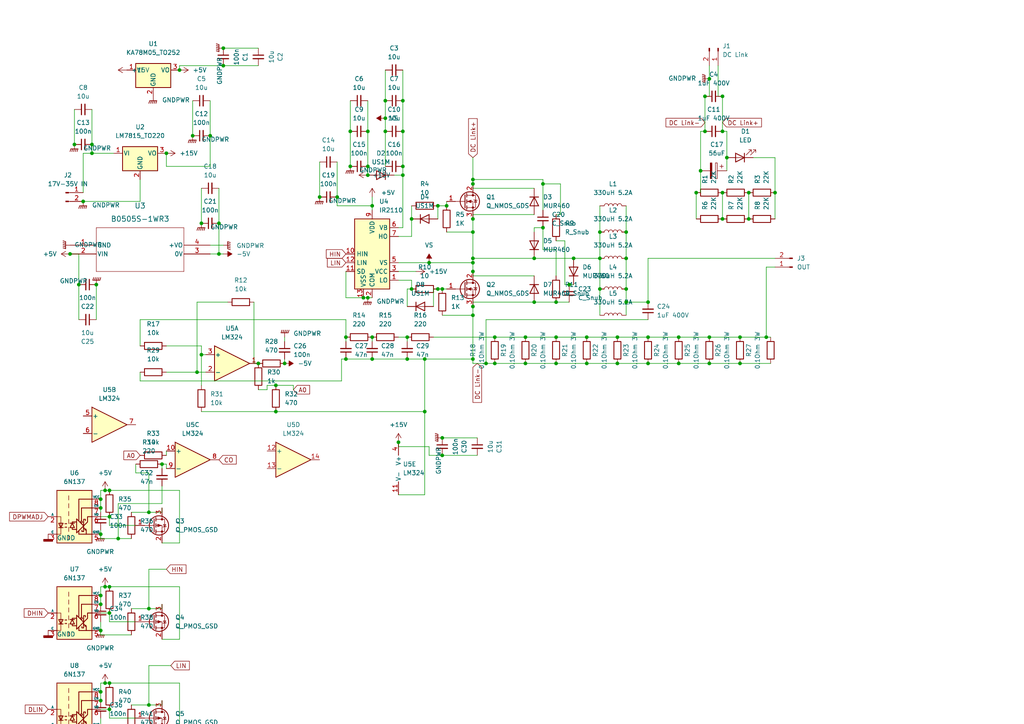
<source format=kicad_sch>
(kicad_sch (version 20211123) (generator eeschema)
  (paper "A4")
  (junction (at 46.99 134.62))
  (junction (at 166.37 74.93))
  (junction (at 210.82 45.72))
  (junction (at 173.99 67.31))
  (junction (at 60.96 270.51))
  (junction (at 63.5 73.66))
  (junction (at 12.7 226.06))
  (junction (at 11.43 270.51))
  (junction (at 106.68 48.26))
  (junction (at 161.29 105.41))
  (junction (at 137.16 104.14))
  (junction (at 157.48 53.34))
  (junction (at 29.21 182.88))
  (junction (at 105.41 86.36))
  (junction (at 187.96 87.63))
  (junction (at 31.75 198.12))
  (junction (at 55.88 39.37))
  (junction (at 209.55 55.88))
  (junction (at 224.79 55.88))
  (junction (at 111.76 34.29))
  (junction (at 116.84 38.1))
  (junction (at 107.95 97.79))
  (junction (at 101.6 48.26))
  (junction (at 34.29 156.21))
  (junction (at 205.74 105.41))
  (junction (at 143.51 97.79))
  (junction (at 204.47 27.94))
  (junction (at 22.86 82.55))
  (junction (at 196.85 97.79))
  (junction (at 140.97 105.41))
  (junction (at 152.4 97.79))
  (junction (at 11.43 265.43))
  (junction (at 116.84 48.26))
  (junction (at 127 59.69))
  (junction (at 74.93 105.41))
  (junction (at 127 83.82))
  (junction (at 31.75 142.24))
  (junction (at 209.55 27.94))
  (junction (at 137.16 53.34))
  (junction (at 205.74 22.86))
  (junction (at 137.16 74.93))
  (junction (at 29.21 200.66))
  (junction (at 58.42 102.87))
  (junction (at -35.56 185.42))
  (junction (at 58.42 64.77))
  (junction (at 179.07 97.79))
  (junction (at 124.46 76.2))
  (junction (at 80.01 119.38))
  (junction (at 137.16 88.9))
  (junction (at 181.61 83.82))
  (junction (at -33.02 193.04))
  (junction (at 214.63 105.41))
  (junction (at 100.33 104.14))
  (junction (at 187.96 97.79))
  (junction (at 48.26 44.45))
  (junction (at 60.96 264.16))
  (junction (at 128.27 132.08))
  (junction (at 179.07 105.41))
  (junction (at 31.75 205.74))
  (junction (at 29.21 203.2))
  (junction (at 71.12 269.24))
  (junction (at 29.21 172.72))
  (junction (at 60.96 273.05))
  (junction (at 118.11 104.14))
  (junction (at 128.27 83.82))
  (junction (at 222.25 97.79))
  (junction (at 129.54 59.69))
  (junction (at 30.48 142.24))
  (junction (at 201.93 55.88))
  (junction (at 107.95 59.69))
  (junction (at 137.16 67.31))
  (junction (at 154.94 87.63))
  (junction (at 137.16 63.5))
  (junction (at 173.99 74.93))
  (junction (at 20.32 273.05))
  (junction (at 128.27 127))
  (junction (at 157.48 66.04))
  (junction (at 57.15 107.95))
  (junction (at 119.38 83.82))
  (junction (at 209.55 38.1))
  (junction (at 214.63 97.79))
  (junction (at 27.94 82.55))
  (junction (at 24.13 58.42))
  (junction (at 29.21 210.82))
  (junction (at 123.19 119.38))
  (junction (at 31.75 170.18))
  (junction (at 43.18 204.47))
  (junction (at 19.05 265.43))
  (junction (at 26.67 44.45))
  (junction (at 204.47 38.1))
  (junction (at 30.48 198.12))
  (junction (at 209.55 63.5))
  (junction (at 106.68 38.1))
  (junction (at 143.51 105.41))
  (junction (at 43.18 176.53))
  (junction (at 115.57 128.27))
  (junction (at 137.16 52.07))
  (junction (at 80.01 111.76))
  (junction (at 106.68 86.36))
  (junction (at 71.12 264.16))
  (junction (at 181.61 74.93))
  (junction (at 161.29 87.63))
  (junction (at 118.11 97.79))
  (junction (at 92.71 57.15))
  (junction (at 82.55 105.41))
  (junction (at 116.84 29.21))
  (junction (at 119.38 63.5))
  (junction (at 152.4 105.41))
  (junction (at 106.68 50.8))
  (junction (at 20.32 270.51))
  (junction (at 203.2 49.53))
  (junction (at 181.61 87.63))
  (junction (at 21.59 41.91))
  (junction (at 64.77 19.05))
  (junction (at 29.21 175.26))
  (junction (at 161.29 97.79))
  (junction (at 52.07 20.32))
  (junction (at 29.21 154.94))
  (junction (at 123.19 104.14))
  (junction (at 64.77 13.97))
  (junction (at 205.74 97.79))
  (junction (at -33.02 185.42))
  (junction (at 107.95 104.14))
  (junction (at 137.16 91.44))
  (junction (at 196.85 105.41))
  (junction (at 111.76 38.1))
  (junction (at 60.96 39.37))
  (junction (at 30.48 170.18))
  (junction (at 137.16 78.74))
  (junction (at 173.99 83.82))
  (junction (at 100.33 97.79))
  (junction (at 170.18 105.41))
  (junction (at 165.1 82.55))
  (junction (at 111.76 29.21))
  (junction (at 29.21 147.32))
  (junction (at 217.17 55.88))
  (junction (at 170.18 97.79))
  (junction (at 154.94 74.93))
  (junction (at 20.32 73.66))
  (junction (at 31.75 177.8))
  (junction (at 187.96 105.41))
  (junction (at 97.79 57.15))
  (junction (at 137.16 76.2))
  (junction (at -36.83 274.32))
  (junction (at 43.18 148.59))
  (junction (at 63.5 64.77))
  (junction (at 217.17 63.5))
  (junction (at 181.61 67.31))
  (junction (at 31.75 149.86))
  (junction (at 101.6 38.1))
  (junction (at 26.67 41.91))
  (junction (at 116.84 50.8))
  (junction (at 29.21 144.78))
  (wire (pts (xy 20.32 73.66) (xy 22.86 73.66)))
  (wire (pts (xy 114.3 50.8) (xy 116.84 50.8)))
  (wire (pts (xy 224.79 45.72) (xy 224.79 55.88)))
  (wire (pts (xy 52.07 213.36) (xy 52.07 198.12)))
  (wire (pts (xy 101.6 29.21) (xy 101.6 38.1)))
  (wire (pts (xy 137.16 87.63) (xy 154.94 87.63)))
  (wire (pts (xy 77.47 113.03) (xy 77.47 111.76)))
  (wire (pts (xy 46.99 213.36) (xy 52.07 213.36)))
  (wire (pts (xy 129.54 67.31) (xy 137.16 67.31)))
  (wire (pts (xy 187.96 87.63) (xy 181.61 87.63)))
  (wire (pts (xy 71.12 269.24) (xy 60.96 269.24)))
  (wire (pts (xy 40.64 100.33) (xy 40.64 92.71)))
  (wire (pts (xy 30.48 170.18) (xy 29.21 170.18)))
  (wire (pts (xy 29.21 205.74) (xy 31.75 205.74)))
  (wire (pts (xy 52.07 198.12) (xy 31.75 198.12)))
  (wire (pts (xy 224.79 77.47) (xy 222.25 77.47)))
  (wire (pts (xy 152.4 97.79) (xy 161.29 97.79)))
  (wire (pts (xy 20.32 270.51) (xy 11.43 270.51)))
  (wire (pts (xy 137.16 67.31) (xy 137.16 74.93)))
  (wire (pts (xy 40.64 58.42) (xy 24.13 58.42)))
  (wire (pts (xy 107.95 59.69) (xy 107.95 60.96)))
  (wire (pts (xy 161.29 80.01) (xy 161.29 72.39)))
  (wire (pts (xy 101.6 38.1) (xy 101.6 48.26)))
  (wire (pts (xy 125.73 88.9) (xy 125.73 83.82)))
  (wire (pts (xy 58.42 100.33) (xy 58.42 102.87)))
  (wire (pts (xy 119.38 68.58) (xy 115.57 68.58)))
  (wire (pts (xy 137.16 74.93) (xy 137.16 76.2)))
  (wire (pts (xy 154.94 74.93) (xy 166.37 74.93)))
  (wire (pts (xy 157.48 53.34) (xy 162.56 53.34)))
  (wire (pts (xy 48.26 165.1) (xy 43.18 165.1)))
  (wire (pts (xy 203.2 55.88) (xy 201.93 55.88)))
  (wire (pts (xy 58.42 54.61) (xy 58.42 64.77)))
  (wire (pts (xy 60.96 266.7) (xy 60.96 267.97)))
  (wire (pts (xy 111.76 34.29) (xy 111.76 38.1)))
  (wire (pts (xy 29.21 198.12) (xy 29.21 200.66)))
  (wire (pts (xy 43.18 165.1) (xy 43.18 176.53)))
  (wire (pts (xy 48.26 134.62) (xy 48.26 135.89)))
  (wire (pts (xy 52.07 185.42) (xy 52.07 170.18)))
  (wire (pts (xy 173.99 59.69) (xy 173.99 67.31)))
  (wire (pts (xy 66.04 87.63) (xy 57.15 87.63)))
  (wire (pts (xy 124.46 76.2) (xy 137.16 76.2)))
  (wire (pts (xy 46.99 140.97) (xy 46.99 146.05)))
  (wire (pts (xy 60.96 39.37) (xy 60.96 48.26)))
  (wire (pts (xy 52.07 19.05) (xy 52.07 20.32)))
  (wire (pts (xy 118.11 83.82) (xy 119.38 83.82)))
  (wire (pts (xy 137.16 88.9) (xy 137.16 91.44)))
  (wire (pts (xy 224.79 55.88) (xy 224.79 63.5)))
  (wire (pts (xy 1.27 270.51) (xy 11.43 270.51)))
  (wire (pts (xy 31.75 180.34) (xy 31.75 177.8)))
  (wire (pts (xy 119.38 63.5) (xy 119.38 68.58)))
  (wire (pts (xy 137.16 52.07) (xy 157.48 52.07)))
  (wire (pts (xy 196.85 105.41) (xy 205.74 105.41)))
  (wire (pts (xy 100.33 97.79) (xy 100.33 99.06)))
  (wire (pts (xy 181.61 83.82) (xy 181.61 87.63)))
  (wire (pts (xy 39.37 152.4) (xy 31.75 152.4)))
  (wire (pts (xy 154.94 80.01) (xy 137.16 80.01)))
  (wire (pts (xy 138.43 132.08) (xy 128.27 132.08)))
  (wire (pts (xy 208.28 19.05) (xy 208.28 27.94)))
  (wire (pts (xy 31.75 170.18) (xy 30.48 170.18)))
  (wire (pts (xy 137.16 105.41) (xy 140.97 105.41)))
  (wire (pts (xy 29.21 172.72) (xy 29.21 175.26)))
  (wire (pts (xy 31.75 152.4) (xy 31.75 149.86)))
  (wire (pts (xy 115.57 143.51) (xy 123.19 143.51)))
  (wire (pts (xy 128.27 83.82) (xy 129.54 83.82)))
  (wire (pts (xy 80.01 119.38) (xy 123.19 119.38)))
  (wire (pts (xy 85.09 111.76) (xy 80.01 111.76)))
  (wire (pts (xy 115.57 97.79) (xy 118.11 97.79)))
  (wire (pts (xy 38.1 212.09) (xy 29.21 212.09)))
  (wire (pts (xy 161.29 62.23) (xy 162.56 62.23)))
  (wire (pts (xy 204.47 27.94) (xy 204.47 38.1)))
  (wire (pts (xy 43.18 176.53) (xy 46.99 176.53)))
  (wire (pts (xy 21.59 31.75) (xy 21.59 41.91)))
  (wire (pts (xy 46.99 146.05) (xy 34.29 146.05)))
  (wire (pts (xy 125.73 83.82) (xy 127 83.82)))
  (wire (pts (xy 106.68 86.36) (xy 107.95 86.36)))
  (wire (pts (xy 71.12 264.16) (xy 60.96 264.16)))
  (wire (pts (xy 165.1 82.55) (xy 166.37 82.55)))
  (wire (pts (xy -36.83 187.96) (xy -34.29 187.96)))
  (wire (pts (xy 38.1 204.47) (xy 43.18 204.47)))
  (wire (pts (xy 29.21 147.32) (xy 29.21 148.59)))
  (wire (pts (xy 116.84 48.26) (xy 116.84 50.8)))
  (wire (pts (xy 137.16 91.44) (xy 137.16 104.14)))
  (wire (pts (xy 22.86 82.55) (xy 22.86 73.66)))
  (wire (pts (xy 123.19 119.38) (xy 123.19 143.51)))
  (wire (pts (xy 29.21 200.66) (xy 29.21 203.2)))
  (wire (pts (xy 205.74 105.41) (xy 214.63 105.41)))
  (wire (pts (xy 127 63.5) (xy 127 59.69)))
  (wire (pts (xy 82.55 104.14) (xy 82.55 105.41)))
  (wire (pts (xy 187.96 97.79) (xy 196.85 97.79)))
  (wire (pts (xy 119.38 83.82) (xy 119.38 81.28)))
  (wire (pts (xy 63.5 64.77) (xy 63.5 73.66)))
  (wire (pts (xy 196.85 97.79) (xy 205.74 97.79)))
  (wire (pts (xy 24.13 44.45) (xy 24.13 55.88)))
  (wire (pts (xy 30.48 198.12) (xy 29.21 198.12)))
  (wire (pts (xy 209.55 63.5) (xy 209.55 55.88)))
  (wire (pts (xy 137.16 62.23) (xy 137.16 63.5)))
  (wire (pts (xy 34.29 156.21) (xy 29.21 156.21)))
  (wire (pts (xy 57.15 87.63) (xy 57.15 107.95)))
  (wire (pts (xy -35.56 182.88) (xy -35.56 185.42)))
  (wire (pts (xy 115.57 129.54) (xy 124.46 129.54)))
  (wire (pts (xy 52.07 19.05) (xy 64.77 19.05)))
  (wire (pts (xy 116.84 38.1) (xy 116.84 48.26)))
  (wire (pts (xy 29.21 156.21) (xy 29.21 154.94)))
  (wire (pts (xy 29.21 184.15) (xy 29.21 182.88)))
  (wire (pts (xy 154.94 67.31) (xy 154.94 66.04)))
  (wire (pts (xy 105.41 86.36) (xy 106.68 86.36)))
  (wire (pts (xy 161.29 97.79) (xy 170.18 97.79)))
  (wire (pts (xy 157.48 53.34) (xy 157.48 52.07)))
  (wire (pts (xy 46.99 157.48) (xy 52.07 157.48)))
  (wire (pts (xy 31.75 198.12) (xy 30.48 198.12)))
  (wire (pts (xy 173.99 74.93) (xy 173.99 83.82)))
  (wire (pts (xy 205.74 22.86) (xy 205.74 27.94)))
  (wire (pts (xy 162.56 53.34) (xy 162.56 62.23)))
  (wire (pts (xy 38.1 148.59) (xy 43.18 148.59)))
  (wire (pts (xy 140.97 105.41) (xy 143.51 105.41)))
  (wire (pts (xy 129.54 59.69) (xy 129.54 58.42)))
  (wire (pts (xy 58.42 102.87) (xy 59.69 102.87)))
  (wire (pts (xy 38.1 184.15) (xy 29.21 184.15)))
  (wire (pts (xy 154.94 87.63) (xy 161.29 87.63)))
  (wire (pts (xy -35.56 185.42) (xy -33.02 185.42)))
  (wire (pts (xy 111.76 38.1) (xy 111.76 48.26)))
  (wire (pts (xy 115.57 128.27) (xy 115.57 129.54)))
  (wire (pts (xy 163.83 82.55) (xy 165.1 82.55)))
  (wire (pts (xy 60.96 270.51) (xy 60.96 273.05)))
  (wire (pts (xy 115.57 76.2) (xy 124.46 76.2)))
  (wire (pts (xy 99.06 110.49) (xy 99.06 104.14)))
  (wire (pts (xy 20.32 265.43) (xy 19.05 265.43)))
  (wire (pts (xy 92.71 46.99) (xy 92.71 57.15)))
  (wire (pts (xy 116.84 50.8) (xy 116.84 66.04)))
  (wire (pts (xy 161.29 69.85) (xy 163.83 69.85)))
  (wire (pts (xy 137.16 52.07) (xy 137.16 53.34)))
  (wire (pts (xy -36.83 271.78) (xy -36.83 274.32)))
  (wire (pts (xy 22.86 92.71) (xy 22.86 82.55)))
  (wire (pts (xy 137.16 78.74) (xy 137.16 80.01)))
  (wire (pts (xy 30.48 142.24) (xy 29.21 142.24)))
  (wire (pts (xy 58.42 119.38) (xy 80.01 119.38)))
  (wire (pts (xy 29.21 177.8) (xy 31.75 177.8)))
  (wire (pts (xy 137.16 45.72) (xy 137.16 52.07)))
  (wire (pts (xy 128.27 91.44) (xy 137.16 91.44)))
  (wire (pts (xy 107.95 97.79) (xy 107.95 99.06)))
  (wire (pts (xy 214.63 97.79) (xy 222.25 97.79)))
  (wire (pts (xy 26.67 44.45) (xy 33.02 44.45)))
  (wire (pts (xy 181.61 87.63) (xy 181.61 91.44)))
  (wire (pts (xy 157.48 72.39) (xy 157.48 66.04)))
  (wire (pts (xy 210.82 38.1) (xy 209.55 38.1)))
  (wire (pts (xy 57.15 107.95) (xy 59.69 107.95)))
  (wire (pts (xy 137.16 54.61) (xy 137.16 53.34)))
  (wire (pts (xy 106.68 48.26) (xy 106.68 50.8)))
  (wire (pts (xy 46.99 134.62) (xy 48.26 134.62)))
  (wire (pts (xy 58.42 111.76) (xy 58.42 102.87)))
  (wire (pts (xy 140.97 92.71) (xy 140.97 105.41)))
  (wire (pts (xy 29.21 208.28) (xy 29.21 210.82)))
  (wire (pts (xy 118.11 88.9) (xy 118.11 83.82)))
  (wire (pts (xy 60.96 48.26) (xy 48.26 48.26)))
  (wire (pts (xy 214.63 105.41) (xy 223.52 105.41)))
  (wire (pts (xy -36.83 185.42) (xy -35.56 185.42)))
  (wire (pts (xy 116.84 29.21) (xy 116.84 38.1)))
  (wire (pts (xy 154.94 54.61) (xy 137.16 54.61)))
  (wire (pts (xy 100.33 92.71) (xy 100.33 97.79)))
  (wire (pts (xy 74.93 13.97) (xy 64.77 13.97)))
  (wire (pts (xy 217.17 63.5) (xy 217.17 55.88)))
  (wire (pts (xy 40.64 52.07) (xy 40.64 58.42)))
  (wire (pts (xy 127 59.69) (xy 129.54 59.69)))
  (wire (pts (xy 111.76 20.32) (xy 111.76 29.21)))
  (wire (pts (xy 39.37 134.62) (xy 39.37 137.16)))
  (wire (pts (xy -33.02 193.04) (xy -31.75 193.04)))
  (wire (pts (xy 82.55 97.79) (xy 82.55 99.06)))
  (wire (pts (xy 99.06 104.14) (xy 100.33 104.14)))
  (wire (pts (xy 64.77 73.66) (xy 63.5 73.66)))
  (wire (pts (xy 73.66 87.63) (xy 73.66 105.41)))
  (wire (pts (xy 106.68 29.21) (xy 106.68 38.1)))
  (wire (pts (xy 27.94 92.71) (xy 27.94 82.55)))
  (wire (pts (xy 173.99 83.82) (xy 173.99 91.44)))
  (wire (pts (xy 60.96 29.21) (xy 60.96 39.37)))
  (wire (pts (xy 39.37 208.28) (xy 31.75 208.28)))
  (wire (pts (xy 43.18 137.16) (xy 43.18 148.59)))
  (wire (pts (xy 123.19 104.14) (xy 137.16 104.14)))
  (wire (pts (xy 161.29 105.41) (xy 170.18 105.41)))
  (wire (pts (xy 60.96 269.24) (xy 60.96 270.51)))
  (wire (pts (xy 60.96 264.16) (xy 60.96 265.43)))
  (wire (pts (xy 157.48 60.96) (xy 157.48 53.34)))
  (wire (pts (xy 138.43 127) (xy 128.27 127)))
  (wire (pts (xy 40.64 92.71) (xy 100.33 92.71)))
  (wire (pts (xy 118.11 97.79) (xy 118.11 99.06)))
  (wire (pts (xy 63.5 54.61) (xy 63.5 64.77)))
  (wire (pts (xy 143.51 97.79) (xy 152.4 97.79)))
  (wire (pts (xy 52.07 157.48) (xy 52.07 142.24)))
  (wire (pts (xy 100.33 86.36) (xy 105.41 86.36)))
  (wire (pts (xy 203.2 49.53) (xy 203.2 38.1)))
  (wire (pts (xy -34.29 187.96) (xy -34.29 193.04)))
  (wire (pts (xy 31.75 208.28) (xy 31.75 205.74)))
  (wire (pts (xy 209.55 27.94) (xy 209.55 38.1)))
  (wire (pts (xy 116.84 20.32) (xy 116.84 29.21)))
  (wire (pts (xy 29.21 149.86) (xy 31.75 149.86)))
  (wire (pts (xy 181.61 67.31) (xy 181.61 74.93)))
  (wire (pts (xy 137.16 74.93) (xy 154.94 74.93)))
  (wire (pts (xy 38.1 156.21) (xy 34.29 156.21)))
  (wire (pts (xy 179.07 97.79) (xy 187.96 97.79)))
  (wire (pts (xy 20.32 270.51) (xy 20.32 273.05)))
  (wire (pts (xy 163.83 69.85) (xy 163.83 82.55)))
  (wire (pts (xy 119.38 59.69) (xy 119.38 63.5)))
  (wire (pts (xy 161.29 87.63) (xy 165.1 87.63)))
  (wire (pts (xy 81.28 269.24) (xy 71.12 269.24)))
  (wire (pts (xy 107.95 57.15) (xy 107.95 59.69)))
  (wire (pts (xy -34.29 193.04) (xy -33.02 193.04)))
  (wire (pts (xy 40.64 110.49) (xy 99.06 110.49)))
  (wire (pts (xy 29.21 142.24) (xy 29.21 144.78)))
  (wire (pts (xy 203.2 49.53) (xy 203.2 55.88)))
  (wire (pts (xy 118.11 104.14) (xy 123.19 104.14)))
  (wire (pts (xy 73.66 105.41) (xy 74.93 105.41)))
  (wire (pts (xy 46.99 204.47) (xy 46.99 203.2)))
  (wire (pts (xy 31.75 142.24) (xy 30.48 142.24)))
  (wire (pts (xy 106.68 38.1) (xy 106.68 48.26)))
  (wire (pts (xy 43.18 193.04) (xy 43.18 204.47)))
  (wire (pts (xy 179.07 105.41) (xy 187.96 105.41)))
  (wire (pts (xy 137.16 87.63) (xy 137.16 88.9)))
  (wire (pts (xy 187.96 74.93) (xy 187.96 87.63)))
  (wire (pts (xy 29.21 170.18) (xy 29.21 172.72)))
  (wire (pts (xy 115.57 78.74) (xy 120.65 78.74)))
  (wire (pts (xy 201.93 63.5) (xy 201.93 55.88)))
  (wire (pts (xy 125.73 97.79) (xy 143.51 97.79)))
  (wire (pts (xy 218.44 45.72) (xy 224.79 45.72)))
  (wire (pts (xy 111.76 29.21) (xy 111.76 34.29)))
  (wire (pts (xy 97.79 46.99) (xy 97.79 57.15)))
  (wire (pts (xy 210.82 49.53) (xy 210.82 45.72)))
  (wire (pts (xy 208.28 27.94) (xy 209.55 27.94)))
  (wire (pts (xy 181.61 59.69) (xy 181.61 67.31)))
  (wire (pts (xy 48.26 44.45) (xy 48.26 48.26)))
  (wire (pts (xy 29.21 144.78) (xy 29.21 147.32)))
  (wire (pts (xy 137.16 104.14) (xy 137.16 105.41)))
  (wire (pts (xy 39.37 180.34) (xy 31.75 180.34)))
  (wire (pts (xy 26.67 31.75) (xy 26.67 41.91)))
  (wire (pts (xy 55.88 29.21) (xy 55.88 39.37)))
  (wire (pts (xy 222.25 77.47) (xy 222.25 97.79)))
  (wire (pts (xy 29.21 153.67) (xy 29.21 154.94)))
  (wire (pts (xy 26.67 41.91) (xy 26.67 44.45)))
  (wire (pts (xy 224.79 74.93) (xy 187.96 74.93)))
  (wire (pts (xy 29.21 180.34) (xy 29.21 182.88)))
  (wire (pts (xy 203.2 38.1) (xy 204.47 38.1)))
  (wire (pts (xy 97.79 57.15) (xy 97.79 59.69)))
  (wire (pts (xy 124.46 132.08) (xy 128.27 132.08)))
  (wire (pts (xy 52.07 170.18) (xy 31.75 170.18)))
  (wire (pts (xy 143.51 105.41) (xy 152.4 105.41)))
  (wire (pts (xy 205.74 97.79) (xy 214.63 97.79)))
  (wire (pts (xy 124.46 129.54) (xy 124.46 132.08)))
  (wire (pts (xy 24.13 44.45) (xy 26.67 44.45)))
  (wire (pts (xy 107.95 104.14) (xy 118.11 104.14)))
  (wire (pts (xy 123.19 104.14) (xy 123.19 119.38)))
  (wire (pts (xy 34.29 146.05) (xy 34.29 156.21)))
  (wire (pts (xy 19.05 265.43) (xy 11.43 265.43)))
  (wire (pts (xy 38.1 176.53) (xy 43.18 176.53)))
  (wire (pts (xy 77.47 111.76) (xy 80.01 111.76)))
  (wire (pts (xy 154.94 62.23) (xy 137.16 62.23)))
  (wire (pts (xy 205.74 19.05) (xy 205.74 22.86)))
  (wire (pts (xy 137.16 76.2) (xy 137.16 78.74)))
  (wire (pts (xy 154.94 66.04) (xy 157.48 66.04)))
  (wire (pts (xy 170.18 105.41) (xy 179.07 105.41)))
  (wire (pts (xy 205.74 27.94) (xy 204.47 27.94)))
  (wire (pts (xy 173.99 74.93) (xy 166.37 74.93)))
  (wire (pts (xy 222.25 97.79) (xy 223.52 97.79)))
  (wire (pts (xy 74.93 19.05) (xy 64.77 19.05)))
  (wire (pts (xy 187.96 105.41) (xy 196.85 105.41)))
  (wire (pts (xy 170.18 97.79) (xy 179.07 97.79)))
  (wire (pts (xy 31.75 142.24) (xy 52.07 142.24)))
  (wire (pts (xy 46.99 134.62) (xy 46.99 135.89)))
  (wire (pts (xy 46.99 185.42) (xy 52.07 185.42)))
  (wire (pts (xy 48.26 107.95) (xy 57.15 107.95)))
  (wire (pts (xy 100.33 104.14) (xy 107.95 104.14)))
  (wire (pts (xy 43.18 204.47) (xy 46.99 204.47)))
  (wire (pts (xy 187.96 92.71) (xy 140.97 92.71)))
  (wire (pts (xy 46.99 176.53) (xy 46.99 175.26)))
  (wire (pts (xy 173.99 67.31) (xy 173.99 74.93)))
  (wire (pts (xy -36.83 182.88) (xy -35.56 182.88)))
  (wire (pts (xy 48.26 132.08) (xy 48.26 130.81)))
  (wire (pts (xy 100.33 78.74) (xy 100.33 86.36)))
  (wire (pts (xy 63.5 73.66) (xy 60.96 73.66)))
  (wire (pts (xy 11.43 265.43) (xy 1.27 265.43)))
  (wire (pts (xy 181.61 74.93) (xy 181.61 83.82)))
  (wire (pts (xy 43.18 137.16) (xy 39.37 137.16)))
  (wire (pts (xy 127 83.82) (xy 128.27 83.82)))
  (wire (pts (xy 137.16 63.5) (xy 137.16 67.31)))
  (wire (pts (xy 210.82 45.72) (xy 210.82 38.1)))
  (wire (pts (xy 97.79 59.69) (xy 107.95 59.69)))
  (wire (pts (xy 116.84 66.04) (xy 115.57 66.04)))
  (wire (pts (xy 60.96 71.12) (xy 64.77 71.12)))
  (wire (pts (xy 48.26 100.33) (xy 58.42 100.33)))
  (wire (pts (xy 161.29 72.39) (xy 157.48 72.39)))
  (wire (pts (xy 74.93 113.03) (xy 77.47 113.03)))
  (wire (pts (xy 12.7 226.06) (xy 12.7 228.6)))
  (wire (pts (xy 152.4 105.41) (xy 161.29 105.41)))
  (wire (pts (xy 43.18 193.04) (xy 49.53 193.04)))
  (wire (pts (xy 119.38 81.28) (xy 115.57 81.28)))
  (wire (pts (xy 40.64 107.95) (xy 40.64 110.49)))
  (wire (pts (xy 85.09 113.03) (xy 85.09 111.76)))
  (wire (pts (xy 46.99 148.59) (xy 46.99 147.32)))
  (wire (pts (xy 29.21 212.09) (xy 29.21 210.82)))
  (wire (pts (xy 81.28 264.16) (xy 71.12 264.16)))
  (wire (pts (xy 43.18 148.59) (xy 46.99 148.59)))
  (global_label "DLIN" (shape input) (at -36.83 241.3 0) (property "Intersheet References" "${INTERSHEET_REFS}" (effects hide)))
  (global_label "A0" (shape input) (at 60.96 266.7 0) (property "Intersheet References" "${INTERSHEET_REFS}" (effects hide)))
  (global_label "DPWMADJ" (shape input) (at -82.55 210.82 180) (property "Intersheet References" "${INTERSHEET_REFS}" (effects hide)))
  (global_label "A0" (shape input) (at 85.09 113.03 0) (property "Intersheet References" "${INTERSHEET_REFS}" (effects hide)))
  (global_label "DC Link-" (shape input) (at 138.43 105.41 270) (property "Intersheet References" "${INTERSHEET_REFS}" (effects hide)))
  (global_label "DFB" (shape input) (at -82.55 238.76 180) (property "Intersheet References" "${INTERSHEET_REFS}" (effects hide)))
  (global_label "DA0" (shape input) (at -82.55 195.58 180) (property "Intersheet References" "${INTERSHEET_REFS}" (effects hide)))
  (global_label "HIN" (shape input) (at 100.33 73.66 180) (property "Intersheet References" "${INTERSHEET_REFS}" (effects hide)))
  (global_label "DHIN" (shape input) (at -36.83 208.28 0) (property "Intersheet References" "${INTERSHEET_REFS}" (effects hide)))
  (global_label "HIN" (shape input) (at 48.26 165.1 0) (property "Intersheet References" "${INTERSHEET_REFS}" (effects hide)))
  (global_label "CO" (shape input) (at 27.94 231.14 0) (property "Intersheet References" "${INTERSHEET_REFS}" (effects hide)))
  (global_label "LIN" (shape input) (at 100.33 76.2 180) (property "Intersheet References" "${INTERSHEET_REFS}" (effects hide)))
  (global_label "DC Link-" (shape input) (at 204.47 35.56 180) (property "Intersheet References" "${INTERSHEET_REFS}" (effects hide)))
  (global_label "DPWMADJ" (shape input) (at 13.97 149.86 180) (property "Intersheet References" "${INTERSHEET_REFS}" (effects hide)))
  (global_label "DC Link+" (shape input) (at 137.16 45.72 90) (property "Intersheet References" "${INTERSHEET_REFS}" (effects hide)))
  (global_label "LIN" (shape input) (at 49.53 193.04 0) (property "Intersheet References" "${INTERSHEET_REFS}" (effects hide)))
  (global_label "DFB" (shape input) (at 12.7 231.14 180) (property "Intersheet References" "${INTERSHEET_REFS}" (effects hide)))
  (global_label "DC Link+" (shape input) (at 209.55 35.56 0) (property "Intersheet References" "${INTERSHEET_REFS}" (effects hide)))
  (global_label "DLIN" (shape input) (at 13.97 205.74 180) (property "Intersheet References" "${INTERSHEET_REFS}" (effects hide)))
  (global_label "A0" (shape input) (at 40.64 132.08 180) (property "Intersheet References" "${INTERSHEET_REFS}" (effects hide)))
  (global_label "DHIN" (shape input) (at 13.97 177.8 180) (property "Intersheet References" "${INTERSHEET_REFS}" (effects hide)))
  (global_label "CO" (shape input) (at 63.5 133.35 0) (property "Intersheet References" "${INTERSHEET_REFS}" (effects hide)))
  (global_label "DA0" (shape input) (at 20.32 267.97 180) (property "Intersheet References" "${INTERSHEET_REFS}" (effects hide)))
  (symbol (lib_id "Device:R") (at 80.01 115.57 180) (unit 1)
    (property "Reference" "R32" (at 82.55 114.2999 0) (effects (justify right)))
    (property "Value" "470" (at 82.55 116.8399 0) (effects (justify right)))
    (property "Footprint" "Resistor_SMD:R_0805_2012Metric_Pad1.20x1.40mm_HandSolder" (effects hide))
  )
  (symbol (lib_id "power:+5VD") (at 12.7 226.06 0) (unit 1)
    (property "Reference" "#PWR0104" (effects hide))
    (property "Value" "+5VD" (at 12.7 220.98 0))
  )
  (symbol (lib_id "Device:C_Small") (at 165.1 85.09 0) (unit 1)
    (property "Reference" "C23" (at 167.64 83.8262 0) (effects (justify left)))
    (property "Value" "C_Snub" (at 167.64 86.3662 0) (effects (justify left)))
    (property "Footprint" "Capacitor_THT:C_Rect_L24.0mm_W8.3mm_P22.50mm_MKT" (effects hide))
  )
  (symbol (lib_id "power:+5V") (at 52.07 20.32 270) (unit 1)
    (property "Reference" "#PWR03" (effects hide))
    (property "Value" "+5V" (at 55.88 20.3199 90) (effects (justify left)))
  )
  (symbol (lib_id "Device:R") (at 128.27 87.63 0) (unit 1)
    (property "Reference" "R13" (at 130.81 86.3599 0) (effects (justify left)))
    (property "Value" "1K" (at 130.81 88.8999 0) (effects (justify left)))
    (property "Footprint" "Resistor_SMD:R_0805_2012Metric_Pad1.20x1.40mm_HandSolder" (effects hide))
  )
  (symbol (lib_id "power:GNDPWR") (at 29.21 210.82 0) (unit 1)
    (property "Reference" "#PWR035" (effects hide))
    (property "Value" "GNDPWR" (at 29.083 215.9 0))
  )
  (symbol (lib_id "power:GNDPWR") (at 205.74 22.86 270) (unit 1)
    (property "Reference" "#PWR04" (effects hide))
    (property "Value" "GNDPWR" (at 201.93 22.7329 90) (effects (justify right)))
  )
  (symbol (lib_id "Device:C_Small") (at 114.3 29.21 90) (unit 1)
    (property "Reference" "C7" (at 114.3063 22.86 90))
    (property "Value" "10u" (at 114.3063 25.4 90))
    (property "Footprint" "Capacitor_SMD:C_1206_3216Metric_Pad1.33x1.80mm_HandSolder" (effects hide))
  )
  (symbol (lib_id "STM32G4:STM32G474RET6") (at -59.69 228.6 0) (unit 1)
    (property "Reference" "U9" (at -59.69 175.26 0))
    (property "Value" "STM32G474RET6" (at -59.69 177.8 0))
    (property "Footprint" "STM32G4:QFP50P1200X1200X160-64N" (effects hide))
    (property "MF" "STMicroelectronics" (effects hide))
    (property "MAXIMUM_PACKAGE_HEIGHT" "1.6mm" (effects hide))
    (property "Package" "LQFP-64 STMicroelectronics" (effects hide))
    (property "Price" "None" (effects hide))
    (property "Check_prices" "https://www.snapeda.com/parts/STM32G474RET6/STMicroelectronics/view-part/?ref=eda" (effects hide))
    (property "STANDARD" "IPC-7351B" (effects hide))
    (property "PARTREV" "6" (effects hide))
    (property "SnapEDA_Link" "https://www.snapeda.com/parts/STM32G474RET6/STMicroelectronics/view-part/?ref=snap" (effects hide))
    (property "MP" "STM32G474RET6" (effects hide))
    (property "Description" "\nARM® Cortex®-M4F STM32G4 Microcontroller IC 32-Bit Single-Core 170MHz 512KB (512K x 8) FLASH 64-LQFP (10x10)\n" (effects hide))
    (property "Availability" "In Stock" (effects hide))
    (property "MANUFACTURER" "STMicroelectronics" (effects hide))
  )
  (symbol (lib_id "Device:C_Small") (at 104.14 48.26 90) (unit 1)
    (property "Reference" "C15" (at 104.1463 41.91 90))
    (property "Value" "100n" (at 104.1463 44.45 90))
    (property "Footprint" "Capacitor_SMD:C_0805_2012Metric_Pad1.18x1.45mm_HandSolder" (effects hide))
  )
  (symbol (lib_id "power:+3.3V") (at -33.02 185.42 0) (unit 1)
    (property "Reference" "#PWR032" (effects hide))
    (property "Value" "+3.3V" (at -33.02 180.34 0))
  )
  (symbol (lib_id "Device:C_Small") (at 58.42 39.37 90) (unit 1)
    (property "Reference" "C12" (at 58.4263 33.02 90))
    (property "Value" "100n" (at 58.4263 35.56 90))
    (property "Footprint" "Capacitor_SMD:C_0805_2012Metric_Pad1.18x1.45mm_HandSolder" (effects hide))
  )
  (symbol (lib_id "Device:C_Small") (at 118.11 101.6 180) (unit 1)
    (property "Reference" "C29" (at 120.65 100.3235 0) (effects (justify right)))
    (property "Value" "47n" (at 120.65 102.8635 0) (effects (justify right)))
    (property "Footprint" "Capacitor_SMD:C_0805_2012Metric_Pad1.18x1.45mm_HandSolder" (effects hide))
  )
  (symbol (lib_id "Device:C_Small") (at 46.99 138.43 0) (mirror x) (unit 1)
    (property "Reference" "C32" (at 44.45 137.1535 0) (effects (justify right)))
    (property "Value" "47n" (at 44.45 139.6935 0) (effects (justify right)))
    (property "Footprint" "Capacitor_SMD:C_0805_2012Metric_Pad1.18x1.45mm_HandSolder" (effects hide))
  )
  (symbol (lib_id "Device:R") (at 161.29 101.6 180) (unit 1)
    (property "Reference" "R20" (at 154.94 101.6 90))
    (property "Value" "0.1Ohm 3W" (at 157.48 101.6 90))
    (property "Footprint" "Resistor_SMD:R_2512_6332Metric_Pad1.40x3.35mm_HandSolder" (effects hide))
  )
  (symbol (lib_id "power:+15V") (at 120.65 78.74 270) (unit 1)
    (property "Reference" "#PWR021" (effects hide))
    (property "Value" "+15V" (at 124.46 78.7399 90) (effects (justify left)))
  )
  (symbol (lib_id "Device:C_Small") (at 107.95 101.6 180) (unit 1)
    (property "Reference" "C28" (at 110.49 100.3235 0) (effects (justify right)))
    (property "Value" "47n" (at 110.49 102.8635 0) (effects (justify right)))
    (property "Footprint" "Capacitor_SMD:C_0805_2012Metric_Pad1.18x1.45mm_HandSolder" (effects hide))
  )
  (symbol (lib_id "Device:R") (at 123.19 83.82 90) (unit 1)
    (property "Reference" "R10" (at 123.19 77.47 90))
    (property "Value" "10" (at 123.19 80.01 90))
    (property "Footprint" "Resistor_SMD:R_0805_2012Metric_Pad1.20x1.40mm_HandSolder" (effects hide))
  )
  (symbol (lib_id "Device:R") (at 213.36 55.88 90) (unit 1)
    (property "Reference" "R2" (at 212.0899 53.34 0) (effects (justify left)))
    (property "Value" "22K" (at 214.6299 53.34 0) (effects (justify left)))
    (property "Footprint" "Resistor_SMD:R_1206_3216Metric_Pad1.30x1.75mm_HandSolder" (effects hide))
  )
  (symbol (lib_id "Device:C_Small") (at 138.43 129.54 0) (unit 1)
    (property "Reference" "C31" (at 144.78 129.5463 90))
    (property "Value" "10u" (at 142.24 129.5463 90))
    (property "Footprint" "Capacitor_SMD:C_1206_3216Metric_Pad1.33x1.80mm_HandSolder" (effects hide))
  )
  (symbol (lib_id "power:VS") (at 124.46 76.2 0) (unit 1)
    (property "Reference" "#PWR020" (effects hide))
    (property "Value" "VS" (at 124.46 71.12 0))
  )
  (symbol (lib_id "Device:R") (at 111.76 97.79 90) (unit 1)
    (property "Reference" "R15" (at 111.76 91.44 90))
    (property "Value" "220" (at 111.76 93.98 90))
    (property "Footprint" "Resistor_SMD:R_0805_2012Metric_Pad1.20x1.40mm_HandSolder" (effects hide))
  )
  (symbol (lib_id "Device:R") (at 152.4 101.6 180) (unit 1)
    (property "Reference" "R19" (at 146.05 101.6 90))
    (property "Value" "0.1Ohm 3W" (at 148.59 101.6 90))
    (property "Footprint" "Resistor_SMD:R_2512_6332Metric_Pad1.40x3.35mm_HandSolder" (effects hide))
  )
  (symbol (lib_id "Device:D") (at 154.94 83.82 270) (unit 1)
    (property "Reference" "D7" (at 157.48 82.5499 90) (effects (justify left)))
    (property "Value" "MUR460" (at 157.48 85.0899 90) (effects (justify left)))
    (property "Footprint" "Diode_THT:D_DO-201AE_P15.24mm_Horizontal" (effects hide))
  )
  (symbol (lib_id "Device:Q_PMOS_GSD") (at 44.45 180.34 0) (unit 1)
    (property "Reference" "Q4" (at 50.8 179.0699 0) (effects (justify left)))
    (property "Value" "Q_PMOS_GSD" (at 50.8 181.6099 0) (effects (justify left)))
    (property "Footprint" "Package_TO_SOT_SMD:SOT-23" (effects hide))
  )
  (symbol (lib_id "Device:C_Small") (at 114.3 48.26 90) (unit 1)
    (property "Reference" "C16" (at 114.3063 41.91 90))
    (property "Value" "100n" (at 114.3063 44.45 90))
    (property "Footprint" "Capacitor_SMD:C_0805_2012Metric_Pad1.18x1.45mm_HandSolder" (effects hide))
  )
  (symbol (lib_id "Device:C_Small") (at 157.48 63.5 0) (unit 1)
    (property "Reference" "C20" (at 160.02 62.2362 0) (effects (justify left)))
    (property "Value" "C_Snub" (at 160.02 64.7762 0) (effects (justify left)))
    (property "Footprint" "Capacitor_THT:C_Rect_L24.0mm_W8.3mm_P22.50mm_MKT" (effects hide))
  )
  (symbol (lib_id "Device:C_Small") (at 207.01 38.1 90) (unit 1)
    (property "Reference" "C11" (at 207.0163 31.75 90))
    (property "Value" "1uF 400V" (at 207.0163 34.29 90))
    (property "Footprint" "Capacitor_THT:C_Rect_L24.0mm_W8.3mm_P22.50mm_MKT" (effects hide))
  )
  (symbol (lib_id "power:+5V") (at 20.32 73.66 90) (unit 1)
    (property "Reference" "#PWR018" (effects hide))
    (property "Value" "+5V" (at 16.51 73.6599 90) (effects (justify left)))
  )
  (symbol (lib_id "power:GNDPWR") (at 21.59 41.91 0) (unit 1)
    (property "Reference" "#PWR08" (effects hide))
    (property "Value" "GNDPWR" (at 24.13 42.9767 0) (effects (justify left)))
  )
  (symbol (lib_id "Device:C_Small") (at 29.21 151.13 0) (unit 1)
    (property "Reference" "C33" (at 31.75 149.8662 0) (effects (justify left)))
    (property "Value" "100n" (at 31.75 152.4062 0) (effects (justify left)))
    (property "Footprint" "Capacitor_SMD:C_0805_2012Metric_Pad1.18x1.45mm_HandSolder" (effects hide))
  )
  (symbol (lib_id "Device:L") (at 177.8 59.69 90) (unit 1)
    (property "Reference" "L1" (at 177.8 53.34 90))
    (property "Value" "330uH 5.2A" (at 177.8 55.88 90))
    (property "Footprint" "Inductor_THT:L_Toroid_Vertical_L33.0mm_W17.8mm_P12.70mm_Pulse_KM-5" (effects hide))
  )
  (symbol (lib_id "Device:D") (at 121.92 88.9 0) (unit 1)
    (property "Reference" "D8" (at 121.92 82.55 0))
    (property "Value" "US1M" (at 121.92 85.09 0))
    (property "Footprint" "Diode_SMD:D_SMA-SMB_Universal_Handsoldering" (effects hide))
  )
  (symbol (lib_id "Device:C_Small") (at 25.4 92.71 270) (unit 1)
    (property "Reference" "C25" (at 25.3937 99.06 90))
    (property "Value" "10u" (at 25.3937 96.52 90))
    (property "Footprint" "Capacitor_SMD:C_1206_3216Metric_Pad1.33x1.80mm_HandSolder" (effects hide))
  )
  (symbol (lib_id "Device:C_Small") (at 29.21 205.74 0) (unit 1)
    (property "Reference" "C36" (at 31.75 204.4762 0) (effects (justify left)))
    (property "Value" "100n" (at 31.75 207.0162 0) (effects (justify left)))
    (property "Footprint" "Capacitor_SMD:C_0805_2012Metric_Pad1.18x1.45mm_HandSolder" (effects hide))
  )
  (symbol (lib_id "Amplifier_Operational:LM324") (at 55.88 133.35 0) (unit 3)
    (property "Reference" "U5" (at 55.88 123.19 0))
    (property "Value" "LM324" (at 55.88 125.73 0))
    (property "Footprint" "Package_SO:SOIC-14_3.9x8.7mm_P1.27mm" (effects hide))
    (property "Datasheet" "http://www.ti.com/lit/ds/symlink/lm2902-n.pdf" (effects hide))
  )
  (symbol (lib_id "power:+15V") (at 106.68 50.8 90) (unit 1)
    (property "Reference" "#PWR011" (effects hide))
    (property "Value" "+15V" (at 107.95 50.7999 90) (effects (justify right)))
  )
  (symbol (lib_id "Device:R") (at 31.75 173.99 0) (unit 1)
    (property "Reference" "R37" (at 34.29 172.7199 0) (effects (justify left)))
    (property "Value" "470" (at 34.29 175.2599 0) (effects (justify left)))
    (property "Footprint" "Resistor_SMD:R_0805_2012Metric_Pad1.20x1.40mm_HandSolder" (effects hide))
  )
  (symbol (lib_id "Device:R") (at 44.45 100.33 90) (unit 1)
    (property "Reference" "R17" (at 44.45 93.98 90))
    (property "Value" "10k" (at 44.45 96.52 90))
    (property "Footprint" "Resistor_SMD:R_0805_2012Metric_Pad1.20x1.40mm_HandSolder" (effects hide))
  )
  (symbol (lib_id "power:+5V") (at 30.48 142.24 0) (unit 1)
    (property "Reference" "#PWR028" (effects hide))
    (property "Value" "+5V" (at 30.48 137.16 0))
  )
  (symbol (lib_id "Device:C_Small") (at 114.3 38.1 90) (unit 1)
    (property "Reference" "C10" (at 114.3063 31.75 90))
    (property "Value" "10u" (at 114.3063 34.29 90))
    (property "Footprint" "Capacitor_SMD:C_1206_3216Metric_Pad1.33x1.80mm_HandSolder" (effects hide))
  )
  (symbol (lib_id "power:GNDPWR") (at 82.55 97.79 180) (unit 1)
    (property "Reference" "#PWR024" (effects hide))
    (property "Value" "GNDPWR" (at 85.09 96.7231 0) (effects (justify right)))
  )
  (symbol (lib_id "Device:R") (at 161.29 66.04 180) (unit 1)
    (property "Reference" "R9" (at 163.83 64.7699 0) (effects (justify right)))
    (property "Value" "R_Snub" (at 163.83 67.3099 0) (effects (justify right)))
    (property "Footprint" "Resistor_THT:R_Box_L26.0mm_W5.0mm_P20.00mm" (effects hide))
  )
  (symbol (lib_id "power:GNDPWR") (at 44.45 27.94 0) (unit 1)
    (property "Reference" "#PWR05" (effects hide))
    (property "Value" "GNDPWR" (at 46.99 29.0067 0) (effects (justify left)))
  )
  (symbol (lib_id "Device:R") (at 38.1 180.34 0) (unit 1)
    (property "Reference" "R38" (at 40.64 179.0699 0) (effects (justify left)))
    (property "Value" "470" (at 40.64 181.6099 0) (effects (justify left)))
    (property "Footprint" "Resistor_SMD:R_0805_2012Metric_Pad1.20x1.40mm_HandSolder" (effects hide))
  )
  (symbol (lib_id "Isolator:6N137") (at 21.59 177.8 0) (unit 1)
    (property "Reference" "U7" (at 21.59 165.1 0))
    (property "Value" "6N137" (at 21.59 167.64 0))
    (property "Footprint" "Package_DIP:DIP-8_W7.62mm" (effects hide))
    (property "Datasheet" "https://docs.broadcom.com/docs/AV02-0940EN" (effects hide))
  )
  (symbol (lib_id "ADUM4195-1:ADUM4195-1BRIZ") (at 60.96 265.43 0) (mirror y) (unit 1)
    (property "Reference" "U11" (at 40.64 254 0) (effects (font (size 1.524 1.524))))
    (property "Value" "ADUM4195-1BRIZ" (at 40.64 257.81 0) (effects (font (size 1.524 1.524))))
    (property "Footprint" "ADUM4195-1:RI-8-1_ADI" (effects hide))
    (property "Datasheet" "ADUM4195-1BRIZ" (effects hide))
  )
  (symbol (lib_id "power:GNDD") (at 13.97 210.82 0) (unit 1)
    (property "Reference" "#PWR0103" (effects hide))
    (property "Value" "GNDD" (at 16.51 211.8994 0) (effects (justify left)))
  )
  (symbol (lib_id "Device:C_Small") (at 81.28 266.7 0) (mirror x) (unit 1)
    (property "Reference" "C37" (at 87.63 266.6937 90))
    (property "Value" "10u" (at 85.09 266.6937 90))
    (property "Footprint" "Capacitor_SMD:C_1206_3216Metric_Pad1.33x1.80mm_HandSolder" (effects hide))
  )
  (symbol (lib_id "power:GNDPWR") (at 27.94 236.22 0) (unit 1)
    (property "Reference" "#PWR036" (effects hide))
    (property "Value" "GNDPWR" (at 27.813 241.3 0))
  )
  (symbol (lib_id "power:+5VD") (at 19.05 265.43 0) (unit 1)
    (property "Reference" "#PWR0107" (effects hide))
    (property "Value" "+5VD" (at 19.05 260.35 0))
  )
  (symbol (lib_id "Isolator:6N137") (at 21.59 149.86 0) (unit 1)
    (property "Reference" "U6" (at 21.59 137.16 0))
    (property "Value" "6N137" (at 21.59 139.7 0))
    (property "Footprint" "Package_DIP:DIP-8_W7.62mm" (effects hide))
    (property "Datasheet" "https://docs.broadcom.com/docs/AV02-0940EN" (effects hide))
  )
  (symbol (lib_id "Device:R") (at 205.74 101.6 180) (unit 1)
    (property "Reference" "R25" (at 199.39 101.6 90))
    (property "Value" "0.1Ohm 3W" (at 201.93 101.6 90))
    (property "Footprint" "Resistor_SMD:R_2512_6332Metric_Pad1.40x3.35mm_HandSolder" (effects hide))
  )
  (symbol (lib_id "power:+15V") (at 48.26 44.45 270) (unit 1)
    (property "Reference" "#PWR09" (effects hide))
    (property "Value" "+15V" (at 52.07 44.4499 90) (effects (justify left)))
  )
  (symbol (lib_id "B0505S-1WR3:B0505S-1WR3") (at 20.32 71.12 0) (unit 1)
    (property "Reference" "U3" (at 40.64 59.69 0) (effects (font (size 1.524 1.524))))
    (property "Value" "B0505S-1WR3" (at 40.64 63.5 0) (effects (font (size 1.524 1.524))))
    (property "Footprint" "B0505S-1WR3:B0505S_MNS" (effects hide))
    (property "Datasheet" "B0505S-1WR3" (effects hide))
  )
  (symbol (lib_id "Driver_FET:IR2110") (at 107.95 73.66 0) (unit 1)
    (property "Reference" "U4" (at 109.9694 58.42 0) (effects (justify left)))
    (property "Value" "IR2110" (at 109.9694 60.96 0) (effects (justify left)))
    (property "Footprint" "Package_DIP:DIP-14_W7.62mm" (effects hide))
    (property "Datasheet" "https://www.infineon.com/dgdl/ir2110.pdf?fileId=5546d462533600a4015355c80333167e" (effects hide))
  )
  (symbol (lib_id "Device:R") (at 104.14 97.79 90) (unit 1)
    (property "Reference" "R14" (at 104.14 91.44 90))
    (property "Value" "220" (at 104.14 93.98 90))
    (property "Footprint" "Resistor_SMD:R_0805_2012Metric_Pad1.20x1.40mm_HandSolder" (effects hide))
  )
  (symbol (lib_id "Device:D") (at 154.94 71.12 90) (unit 1)
    (property "Reference" "D5" (at 157.48 69.8499 90) (effects (justify right)))
    (property "Value" "MUR460" (at 157.48 72.3899 90) (effects (justify right)))
    (property "Footprint" "Diode_THT:D_DO-201AE_P15.24mm_Horizontal" (effects hide))
  )
  (symbol (lib_id "Device:LED") (at 214.63 45.72 180) (unit 1)
    (property "Reference" "D1" (at 216.2175 38.1 0))
    (property "Value" "LED" (at 216.2175 40.64 0))
    (property "Footprint" "Diode_SMD:D_0805_2012Metric_Pad1.15x1.40mm_HandSolder" (effects hide))
  )
  (symbol (lib_id "Device:R") (at 31.75 201.93 0) (unit 1)
    (property "Reference" "R40" (at 34.29 200.6599 0) (effects (justify left)))
    (property "Value" "470" (at 34.29 203.1999 0) (effects (justify left)))
    (property "Footprint" "Resistor_SMD:R_0805_2012Metric_Pad1.20x1.40mm_HandSolder" (effects hide))
  )
  (symbol (lib_id "Isolator:6N137") (at 21.59 205.74 0) (unit 1)
    (property "Reference" "U8" (at 21.59 193.04 0))
    (property "Value" "6N137" (at 21.59 195.58 0))
    (property "Footprint" "Package_DIP:DIP-8_W7.62mm" (effects hide))
    (property "Datasheet" "https://docs.broadcom.com/docs/AV02-0940EN" (effects hide))
  )
  (symbol (lib_id "power:GNDPWR") (at 92.71 57.15 0) (unit 1)
    (property "Reference" "#PWR012" (effects hide))
    (property "Value" "GNDPWR" (at 95.25 58.2167 0) (effects (justify left)))
  )
  (symbol (lib_id "Device:C_Small") (at 60.96 54.61 90) (unit 1)
    (property "Reference" "C18" (at 60.9663 48.26 90))
    (property "Value" "10u" (at 60.9663 50.8 90))
    (property "Footprint" "Capacitor_SMD:C_1206_3216Metric_Pad1.33x1.80mm_HandSolder" (effects hide))
  )
  (symbol (lib_id "Device:R") (at 205.74 55.88 90) (unit 1)
    (property "Reference" "R1" (at 204.4699 53.34 0) (effects (justify left)))
    (property "Value" "22K" (at 207.0099 53.34 0) (effects (justify left)))
    (property "Footprint" "Resistor_SMD:R_1206_3216Metric_Pad1.30x1.75mm_HandSolder" (effects hide))
  )
  (symbol (lib_id "power:GNDD") (at -36.83 274.32 0) (unit 1)
    (property "Reference" "#PWR039" (effects hide))
    (property "Value" "GNDD" (at -36.83 279.4 0))
  )
  (symbol (lib_id "Device:C_Small") (at 25.4 82.55 270) (unit 1)
    (property "Reference" "C22" (at 25.3937 88.9 90))
    (property "Value" "100n" (at 25.3937 86.36 90))
    (property "Footprint" "Capacitor_SMD:C_0805_2012Metric_Pad1.18x1.45mm_HandSolder" (effects hide))
  )
  (symbol (lib_id "Device:R") (at 69.85 87.63 270) (unit 1)
    (property "Reference" "R12" (at 69.85 81.28 90))
    (property "Value" "10k" (at 69.85 83.82 90))
    (property "Footprint" "Resistor_SMD:R_0805_2012Metric_Pad1.20x1.40mm_HandSolder" (effects hide))
  )
  (symbol (lib_id "Device:C_Small") (at 29.21 177.8 0) (unit 1)
    (property "Reference" "C34" (at 31.75 176.5362 0) (effects (justify left)))
    (property "Value" "100n" (at 31.75 179.0762 0) (effects (justify left)))
    (property "Footprint" "Capacitor_SMD:C_0805_2012Metric_Pad1.18x1.45mm_HandSolder" (effects hide))
  )
  (symbol (lib_id "Device:C_Small") (at 128.27 129.54 0) (unit 1)
    (property "Reference" "C30" (at 134.62 129.5463 90))
    (property "Value" "100n" (at 132.08 129.5463 90))
    (property "Footprint" "Capacitor_SMD:C_0805_2012Metric_Pad1.18x1.45mm_HandSolder" (effects hide))
  )
  (symbol (lib_id "Device:R") (at 44.45 132.08 270) (unit 1)
    (property "Reference" "R33" (at 44.45 125.73 90))
    (property "Value" "10k" (at 44.45 128.27 90))
    (property "Footprint" "Resistor_SMD:R_0805_2012Metric_Pad1.20x1.40mm_HandSolder" (effects hide))
  )
  (symbol (lib_id "Device:C_Small") (at 11.43 267.97 0) (mirror y) (unit 1)
    (property "Reference" "C39" (at 5.08 267.9763 90))
    (property "Value" "100n" (at 7.62 267.9763 90))
    (property "Footprint" "Capacitor_SMD:C_0805_2012Metric_Pad1.18x1.45mm_HandSolder" (effects hide))
  )
  (symbol (lib_id "power:GNDPWR") (at 29.21 182.88 0) (unit 1)
    (property "Reference" "#PWR031" (effects hide))
    (property "Value" "GNDPWR" (at 29.083 187.96 0))
  )
  (symbol (lib_id "Device:R") (at 38.1 208.28 0) (unit 1)
    (property "Reference" "R41" (at 40.64 207.0099 0) (effects (justify left)))
    (property "Value" "470" (at 40.64 209.5499 0) (effects (justify left)))
    (property "Footprint" "Resistor_SMD:R_0805_2012Metric_Pad1.20x1.40mm_HandSolder" (effects hide))
  )
  (symbol (lib_id "power:-5V") (at 64.77 73.66 270) (unit 1)
    (property "Reference" "#PWR019" (effects hide))
    (property "Value" "-5V" (at 68.58 73.6599 90) (effects (justify left)))
  )
  (symbol (lib_id "Device:R") (at 31.75 146.05 0) (unit 1)
    (property "Reference" "R35" (at 34.29 144.7799 0) (effects (justify left)))
    (property "Value" "470" (at 34.29 147.3199 0) (effects (justify left)))
    (property "Footprint" "Resistor_SMD:R_0805_2012Metric_Pad1.20x1.40mm_HandSolder" (effects hide))
  )
  (symbol (lib_id "Device:C_Small") (at -29.21 193.04 270) (unit 1)
    (property "Reference" "C35" (at -30.4865 190.5 0) (effects (justify right)))
    (property "Value" "47n" (at -27.9465 190.5 0) (effects (justify right)))
    (property "Footprint" "Capacitor_SMD:C_0805_2012Metric_Pad1.18x1.45mm_HandSolder" (effects hide))
  )
  (symbol (lib_id "power:+5V") (at 30.48 170.18 0) (unit 1)
    (property "Reference" "#PWR030" (effects hide))
    (property "Value" "+5V" (at 30.48 165.1 0))
  )
  (symbol (lib_id "Isolator:6N137") (at 20.32 231.14 0) (mirror y) (unit 1)
    (property "Reference" "U10" (at 20.32 218.44 0))
    (property "Value" "6N137" (at 20.32 220.98 0))
    (property "Footprint" "Package_DIP:DIP-8_W7.62mm" (effects hide))
    (property "Datasheet" "https://docs.broadcom.com/docs/AV02-0940EN" (effects hide))
  )
  (symbol (lib_id "Connector:Conn_01x02_Male") (at 208.28 13.97 270) (unit 1)
    (property "Reference" "J1" (at 209.55 13.3349 90) (effects (justify left)))
    (property "Value" "DC Link" (at 209.55 15.8749 90) (effects (justify left)))
    (property "Footprint" "Connector_Phoenix_MC_HighVoltage:PhoenixContact_MCV_1,5_2-G-5.08_1x02_P5.08mm_Vertical" (effects hide))
  )
  (symbol (lib_id "power:GNDPWR") (at 27.94 82.55 180) (unit 1)
    (property "Reference" "#PWR022" (effects hide))
    (property "Value" "GNDPWR" (at 25.4 81.4833 0) (effects (justify left)))
  )
  (symbol (lib_id "power:GNDPWR") (at 64.77 13.97 270) (unit 1)
    (property "Reference" "#PWR01" (effects hide))
    (property "Value" "GNDPWR" (at 63.7033 16.51 0) (effects (justify left)))
  )
  (symbol (lib_id "Device:Q_PMOS_GSD") (at 44.45 152.4 0) (unit 1)
    (property "Reference" "Q3" (at 50.8 151.1299 0) (effects (justify left)))
    (property "Value" "Q_PMOS_GSD" (at 50.8 153.6699 0) (effects (justify left)))
    (property "Footprint" "Package_TO_SOT_SMD:SOT-23" (effects hide))
  )
  (symbol (lib_id "power:+5V") (at 30.48 198.12 0) (unit 1)
    (property "Reference" "#PWR034" (effects hide))
    (property "Value" "+5V" (at 30.48 193.04 0))
  )
  (symbol (lib_id "Device:R") (at 196.85 101.6 180) (unit 1)
    (property "Reference" "R24" (at 190.5 101.6 90))
    (property "Value" "0.1Ohm 3W" (at 193.04 101.6 90))
    (property "Footprint" "Resistor_SMD:R_2512_6332Metric_Pad1.40x3.35mm_HandSolder" (effects hide))
  )
  (symbol (lib_id "Device:C_Small") (at 95.25 46.99 90) (unit 1)
    (property "Reference" "C14" (at 95.2563 40.64 90))
    (property "Value" "10u" (at 95.2563 43.18 90))
    (property "Footprint" "Capacitor_SMD:C_1206_3216Metric_Pad1.33x1.80mm_HandSolder" (effects hide))
  )
  (symbol (lib_id "Device:C_Small") (at 64.77 16.51 0) (unit 1)
    (property "Reference" "C1" (at 71.12 16.5163 90))
    (property "Value" "100n" (at 68.58 16.5163 90))
    (property "Footprint" "Capacitor_SMD:C_0805_2012Metric_Pad1.18x1.45mm_HandSolder" (effects hide))
  )
  (symbol (lib_id "Device:R") (at 213.36 63.5 90) (unit 1)
    (property "Reference" "R7" (at 212.0899 60.96 0) (effects (justify left)))
    (property "Value" "22K" (at 214.6299 60.96 0) (effects (justify left)))
    (property "Footprint" "Resistor_SMD:R_1206_3216Metric_Pad1.30x1.75mm_HandSolder" (effects hide))
  )
  (symbol (lib_id "power:-5V") (at 82.55 105.41 270) (unit 1)
    (property "Reference" "#PWR025" (effects hide))
    (property "Value" "-5V" (at 86.36 105.4099 90) (effects (justify left)))
  )
  (symbol (lib_id "Device:C_Small") (at 58.42 29.21 90) (unit 1)
    (property "Reference" "C5" (at 58.4263 22.86 90))
    (property "Value" "10u" (at 58.4263 25.4 90))
    (property "Footprint" "Capacitor_SMD:C_1206_3216Metric_Pad1.33x1.80mm_HandSolder" (effects hide))
  )
  (symbol (lib_id "Device:C_Small") (at 71.12 266.7 0) (mirror x) (unit 1)
    (property "Reference" "C38" (at 77.47 266.6937 90))
    (property "Value" "100n" (at 74.93 266.6937 90))
    (property "Footprint" "Capacitor_SMD:C_0805_2012Metric_Pad1.18x1.45mm_HandSolder" (effects hide))
  )
  (symbol (lib_id "Device:C_Small") (at 82.55 101.6 0) (unit 1)
    (property "Reference" "C26" (at 85.09 100.3362 0) (effects (justify left)))
    (property "Value" "100n" (at 85.09 102.8762 0) (effects (justify left)))
    (property "Footprint" "Capacitor_SMD:C_0805_2012Metric_Pad1.18x1.45mm_HandSolder" (effects hide))
  )
  (symbol (lib_id "Device:D") (at 166.37 78.74 90) (unit 1)
    (property "Reference" "D6" (at 168.91 77.4699 90) (effects (justify right)))
    (property "Value" "MUR460" (at 168.91 80.0099 90) (effects (justify right)))
    (property "Footprint" "Diode_THT:D_DO-201AE_P15.24mm_Horizontal" (effects hide))
  )
  (symbol (lib_id "Device:C_Small") (at 74.93 16.51 0) (unit 1)
    (property "Reference" "C2" (at 81.28 16.5163 90))
    (property "Value" "10u" (at 78.74 16.5163 90))
    (property "Footprint" "Capacitor_SMD:C_1206_3216Metric_Pad1.33x1.80mm_HandSolder" (effects hide))
  )
  (symbol (lib_id "Device:D") (at 123.19 63.5 0) (unit 1)
    (property "Reference" "D4" (at 123.19 57.15 0))
    (property "Value" "US1M" (at 123.19 59.69 0))
    (property "Footprint" "Diode_SMD:D_SMA-SMB_Universal_Handsoldering" (effects hide))
  )
  (symbol (lib_id "Device:R") (at 170.18 101.6 180) (unit 1)
    (property "Reference" "R21" (at 163.83 101.6 90))
    (property "Value" "0.1Ohm 3W" (at 166.37 101.6 90))
    (property "Footprint" "Resistor_SMD:R_2512_6332Metric_Pad1.40x3.35mm_HandSolder" (effects hide))
  )
  (symbol (lib_id "power:GNDD") (at 12.7 236.22 0) (unit 1)
    (property "Reference" "#PWR0105" (effects hide))
    (property "Value" "GNDD" (at 15.24 237.2994 0) (effects (justify left)))
  )
  (symbol (lib_id "power:GNDPWR") (at 60.96 273.05 0) (mirror y) (unit 1)
    (property "Reference" "#PWR038" (effects hide))
    (property "Value" "GNDPWR" (at 61.087 278.13 0))
  )
  (symbol (lib_id "Device:L") (at 177.8 74.93 90) (unit 1)
    (property "Reference" "L3" (at 177.8 68.58 90))
    (property "Value" "330uH 5.2A" (at 177.8 71.12 90))
    (property "Footprint" "Inductor_THT:L_Toroid_Vertical_L33.0mm_W17.8mm_P12.70mm_Pulse_KM-5" (effects hide))
  )
  (symbol (lib_id "Device:Q_NMOS_GDS") (at 134.62 58.42 0) (unit 1)
    (property "Reference" "Q1" (at 140.97 57.1499 0) (effects (justify left)))
    (property "Value" "Q_NMOS_GDS" (at 140.97 59.6899 0) (effects (justify left)))
    (property "Footprint" "Package_TO_SOT_THT:TO-247-3_Vertical" (effects hide))
  )
  (symbol (lib_id "Device:C_Small") (at 207.01 27.94 90) (unit 1)
    (property "Reference" "C4" (at 207.0163 21.59 90))
    (property "Value" "1uF 400V" (at 207.0163 24.13 90))
    (property "Footprint" "Capacitor_THT:C_Rect_L24.0mm_W8.3mm_P22.50mm_MKT" (effects hide))
  )
  (symbol (lib_id "power:GNDPWR") (at 29.21 154.94 0) (unit 1)
    (property "Reference" "#PWR029" (effects hide))
    (property "Value" "GNDPWR" (at 29.083 160.02 0))
  )
  (symbol (lib_id "Device:R") (at 58.42 115.57 180) (unit 1)
    (property "Reference" "R31" (at 60.96 114.2999 0) (effects (justify right)))
    (property "Value" "10k" (at 60.96 116.8399 0) (effects (justify right)))
    (property "Footprint" "Resistor_SMD:R_0805_2012Metric_Pad1.20x1.40mm_HandSolder" (effects hide))
  )
  (symbol (lib_id "Device:L") (at 177.8 83.82 90) (unit 1)
    (property "Reference" "L4" (at 177.8 77.47 90))
    (property "Value" "330uH 5.2A" (at 177.8 80.01 90))
    (property "Footprint" "Inductor_THT:L_Toroid_Vertical_L33.0mm_W17.8mm_P12.70mm_Pulse_KM-5" (effects hide))
  )
  (symbol (lib_id "Device:R") (at 220.98 63.5 90) (unit 1)
    (property "Reference" "R8" (at 219.7099 60.96 0) (effects (justify left)))
    (property "Value" "22K" (at 222.2499 60.96 0) (effects (justify left)))
    (property "Footprint" "Resistor_SMD:R_1206_3216Metric_Pad1.30x1.75mm_HandSolder" (effects hide))
  )
  (symbol (lib_id "Device:R") (at 161.29 83.82 180) (unit 1)
    (property "Reference" "R11" (at 163.83 82.5499 0) (effects (justify right)))
    (property "Value" "R_Snub" (at 163.83 85.0899 0) (effects (justify right)))
    (property "Footprint" "Resistor_THT:R_Box_L26.0mm_W5.0mm_P20.00mm" (effects hide))
  )
  (symbol (lib_id "Amplifier_Operational:LM324") (at 85.09 133.35 0) (unit 4)
    (property "Reference" "U5" (at 85.09 123.19 0))
    (property "Value" "LM324" (at 85.09 125.73 0))
    (property "Footprint" "Package_SO:SOIC-14_3.9x8.7mm_P1.27mm" (effects hide))
    (property "Datasheet" "http://www.ti.com/lit/ds/symlink/lm2902-n.pdf" (effects hide))
  )
  (symbol (lib_id "Device:C_Polarized") (at 207.01 49.53 270) (unit 1)
    (property "Reference" "C17" (at 207.899 41.91 90))
    (property "Value" "56uF" (at 207.899 44.45 90))
    (property "Footprint" "Capacitor_THT:CP_Radial_D16.0mm_P7.50mm" (effects hide))
  )
  (symbol (lib_id "Device:R") (at 223.52 101.6 180) (unit 1)
    (property "Reference" "R27" (at 217.17 101.6 90))
    (property "Value" "0.1Ohm 3W" (at 219.71 101.6 90))
    (property "Footprint" "Resistor_SMD:R_2512_6332Metric_Pad1.40x3.35mm_HandSolder" (effects hide))
  )
  (symbol (lib_id "power:GNDPWR") (at 24.13 58.42 0) (unit 1)
    (property "Reference" "#PWR014" (effects hide))
    (property "Value" "GNDPWR" (at 26.67 59.4867 0) (effects (justify left)))
  )
  (symbol (lib_id "Device:L") (at 177.8 91.44 90) (unit 1)
    (property "Reference" "L5" (at 177.8 85.09 90))
    (property "Value" "330uH 5.2A" (at 177.8 87.63 90))
    (property "Footprint" "Inductor_THT:L_Toroid_Vertical_L33.0mm_W17.8mm_P12.70mm_Pulse_KM-5" (effects hide))
  )
  (symbol (lib_id "power:+15V") (at 36.83 20.32 90) (unit 1)
    (property "Reference" "#PWR02" (effects hide))
    (property "Value" "+15V" (at 38.1 20.3199 90) (effects (justify right)))
  )
  (symbol (lib_id "power:+5V") (at 107.95 57.15 0) (unit 1)
    (property "Reference" "#PWR013" (effects hide))
    (property "Value" "+5V" (at 110.49 55.8799 0) (effects (justify left)))
  )
  (symbol (lib_id "Device:R") (at 43.18 134.62 270) (mirror x) (unit 1)
    (property "Reference" "R34" (at 43.18 128.27 90))
    (property "Value" "220" (at 43.18 130.81 90))
    (property "Footprint" "Resistor_SMD:R_0805_2012Metric_Pad1.20x1.40mm_HandSolder" (effects hide))
  )
  (symbol (lib_id "Regulator_Linear:LM7815_TO220") (at 40.64 44.45 0) (unit 1)
    (property "Reference" "U2" (at 40.64 36.83 0))
    (property "Value" "LM7815_TO220" (at 40.64 39.37 0))
    (property "Footprint" "Package_TO_SOT_THT:TO-220-3_Vertical" (effects hide))
    (property "Datasheet" "https://www.onsemi.cn/PowerSolutions/document/MC7800-D.PDF" (effects hide))
  )
  (symbol (lib_id "Device:C_Small") (at 104.14 38.1 90) (unit 1)
    (property "Reference" "C9" (at 104.1463 31.75 90))
    (property "Value" "10u" (at 104.1463 34.29 90))
    (property "Footprint" "Capacitor_SMD:C_1206_3216Metric_Pad1.33x1.80mm_HandSolder" (effects hide))
  )
  (symbol (lib_id "Device:R") (at 38.1 152.4 0) (unit 1)
    (property "Reference" "R36" (at 40.64 151.1299 0) (effects (justify left)))
    (property "Value" "470" (at 40.64 153.6699 0) (effects (justify left)))
    (property "Footprint" "Resistor_SMD:R_0805_2012Metric_Pad1.20x1.40mm_HandSolder" (effects hide))
  )
  (symbol (lib_id "Device:R") (at 143.51 101.6 180) (unit 1)
    (property "Reference" "R18" (at 137.16 101.6 90))
    (property "Value" "0.1Ohm 3W" (at 139.7 101.6 90))
    (property "Footprint" "Resistor_SMD:R_2512_6332Metric_Pad1.40x3.35mm_HandSolder" (effects hide))
  )
  (symbol (lib_id "Device:R") (at 123.19 59.69 90) (unit 1)
    (property "Reference" "R4" (at 123.19 53.34 90))
    (property "Value" "10" (at 123.19 55.88 90))
    (property "Footprint" "Resistor_SMD:R_0805_2012Metric_Pad1.20x1.40mm_HandSolder" (effects hide))
  )
  (symbol (lib_id "Device:R") (at 220.98 55.88 90) (unit 1)
    (property "Reference" "R3" (at 219.7099 53.34 0) (effects (justify left)))
    (property "Value" "22K" (at 222.2499 53.34 0) (effects (justify left)))
    (property "Footprint" "Resistor_SMD:R_1206_3216Metric_Pad1.30x1.75mm_HandSolder" (effects hide))
  )
  (symbol (lib_id "Device:C_Small") (at 1.27 267.97 0) (mirror y) (unit 1)
    (property "Reference" "C40" (at -5.08 267.9763 90))
    (property "Value" "10u" (at -2.54 267.9763 90))
    (property "Footprint" "Capacitor_SMD:C_1206_3216Metric_Pad1.33x1.80mm_HandSolder" (effects hide))
  )
  (symbol (lib_id "Device:R") (at 121.92 97.79 90) (unit 1)
    (property "Reference" "R16" (at 121.92 91.44 90))
    (property "Value" "220" (at 121.92 93.98 90))
    (property "Footprint" "Resistor_SMD:R_0805_2012Metric_Pad1.20x1.40mm_HandSolder" (effects hide))
  )
  (symbol (lib_id "Device:C_Small") (at 24.13 31.75 90) (unit 1)
    (property "Reference" "C8" (at 24.1363 25.4 90))
    (property "Value" "10u" (at 24.1363 27.94 90))
    (property "Footprint" "Capacitor_SMD:C_1206_3216Metric_Pad1.33x1.80mm_HandSolder" (effects hide))
  )
  (symbol (lib_id "Device:R") (at 129.54 63.5 0) (unit 1)
    (property "Reference" "R5" (at 132.08 62.2299 0) (effects (justify left)))
    (property "Value" "1K" (at 132.08 64.7699 0) (effects (justify left)))
    (property "Footprint" "Resistor_SMD:R_0805_2012Metric_Pad1.20x1.40mm_HandSolder" (effects hide))
  )
  (symbol (lib_id "Device:C_Small") (at 24.13 41.91 90) (unit 1)
    (property "Reference" "C13" (at 24.1363 35.56 90))
    (property "Value" "100n" (at 24.1363 38.1 90))
    (property "Footprint" "Capacitor_SMD:C_0805_2012Metric_Pad1.18x1.45mm_HandSolder" (effects hide))
  )
  (symbol (lib_id "Device:C_Small") (at 187.96 90.17 180) (unit 1)
    (property "Reference" "C24" (at 190.5 88.8935 0) (effects (justify right)))
    (property "Value" "1uF 400V" (at 190.5 91.4335 0) (effects (justify right)))
    (property "Footprint" "Capacitor_THT:C_Rect_L24.0mm_W8.3mm_P22.50mm_MKT" (effects hide))
  )
  (symbol (lib_id "Device:Q_PMOS_GSD") (at 44.45 208.28 0) (unit 1)
    (property "Reference" "Q5" (at 50.8 207.0099 0) (effects (justify left)))
    (property "Value" "Q_PMOS_GSD" (at 50.8 209.5499 0) (effects (justify left)))
    (property "Footprint" "Package_TO_SOT_SMD:SOT-23" (effects hide))
  )
  (symbol (lib_id "power:GNDPWR") (at 58.42 64.77 0) (unit 1)
    (property "Reference" "#PWR015" (effects hide))
    (property "Value" "GNDPWR" (at 60.96 65.8367 0) (effects (justify left)))
  )
  (symbol (lib_id "Device:R") (at -33.02 189.23 180) (unit 1)
    (property "Reference" "R39" (at -39.37 189.23 90))
    (property "Value" "220" (at -36.83 189.23 90))
    (property "Footprint" "Resistor_SMD:R_0805_2012Metric_Pad1.20x1.40mm_HandSolder" (effects hide))
  )
  (symbol (lib_id "power:GNDD") (at 20.32 273.05 0) (mirror y) (unit 1)
    (property "Reference" "#PWR0106" (effects hide))
    (property "Value" "GNDD" (at 17.78 274.1294 0) (effects (justify left)))
  )
  (symbol (lib_id "Device:R") (at 44.45 107.95 90) (unit 1)
    (property "Reference" "R29" (at 44.45 101.6 90))
    (property "Value" "10k" (at 44.45 104.14 90))
    (property "Footprint" "Resistor_SMD:R_0805_2012Metric_Pad1.20x1.40mm_HandSolder" (effects hide))
  )
  (symbol (lib_id "Device:R") (at 187.96 101.6 180) (unit 1)
    (property "Reference" "R23" (at 181.61 101.6 90))
    (property "Value" "0.1Ohm 3W" (at 184.15 101.6 90))
    (property "Footprint" "Resistor_SMD:R_2512_6332Metric_Pad1.40x3.35mm_HandSolder" (effects hide))
  )
  (symbol (lib_id "Regulator_Linear:KA78M05_TO252") (at 44.45 20.32 0) (unit 1)
    (property "Reference" "U1" (at 44.45 12.7 0))
    (property "Value" "KA78M05_TO252" (at 44.45 15.24 0))
    (property "Footprint" "Package_TO_SOT_SMD:TO-252-2" (effects hide))
    (property "Datasheet" "https://www.onsemi.com/pub/Collateral/MC78M00-D.PDF" (effects hide))
  )
  (symbol (lib_id "Device:D") (at 110.49 50.8 180) (unit 1)
    (property "Reference" "D2" (at 110.49 44.45 0))
    (property "Value" "US1M" (at 110.49 46.99 0))
    (property "Footprint" "Diode_SMD:D_SMA-SMB_Universal_Handsoldering" (effects hide))
  )
  (symbol (lib_id "Amplifier_Operational:LM324") (at 118.11 135.89 0) (unit 5)
    (property "Reference" "U5" (at 116.84 134.6199 0) (effects (justify left)))
    (property "Value" "LM324" (at 116.84 137.1599 0) (effects (justify left)))
    (property "Footprint" "Package_SO:SOIC-14_3.9x8.7mm_P1.27mm" (effects hide))
    (property "Datasheet" "http://www.ti.com/lit/ds/symlink/lm2902-n.pdf" (effects hide))
  )
  (symbol (lib_id "power:+5V") (at 60.96 264.16 0) (mirror y) (unit 1)
    (property "Reference" "#PWR037" (effects hide))
    (property "Value" "+5V" (at 60.96 259.08 0))
  )
  (symbol (lib_id "Device:C_Small") (at 100.33 101.6 180) (unit 1)
    (property "Reference" "C27" (at 102.87 100.3235 0) (effects (justify right)))
    (property "Value" "47n" (at 102.87 102.8635 0) (effects (justify right)))
    (property "Footprint" "Capacitor_SMD:C_0805_2012Metric_Pad1.18x1.45mm_HandSolder" (effects hide))
  )
  (symbol (lib_id "power:VS") (at 111.76 34.29 90) (unit 1)
    (property "Reference" "#PWR06" (effects hide))
    (property "Value" "VS" (at 113.03 34.2899 90) (effects (justify right)))
  )
  (symbol (lib_id "power:GNDPWR") (at 128.27 127 270) (unit 1)
    (property "Reference" "#PWR026" (effects hide))
    (property "Value" "GNDPWR" (at 127.2033 129.54 0) (effects (justify left)))
  )
  (symbol (lib_id "power:GNDD") (at 13.97 182.88 0) (unit 1)
    (property "Reference" "#PWR0102" (effects hide))
    (property "Value" "GNDD" (at 16.51 183.9594 0) (effects (justify left)))
  )
  (symbol (lib_id "Device:R") (at 214.63 101.6 180) (unit 1)
    (property "Reference" "R26" (at 208.28 101.6 90))
    (property "Value" "0.1Ohm 3W" (at 210.82 101.6 90))
    (property "Footprint" "Resistor_SMD:R_2512_6332Metric_Pad1.40x3.35mm_HandSolder" (effects hide))
  )
  (symbol (lib_id "Amplifier_Operational:LM324") (at 31.75 123.19 0) (unit 2)
    (property "Reference" "U5" (at 31.75 113.03 0))
    (property "Value" "LM324" (at 31.75 115.57 0))
    (property "Footprint" "Package_SO:SOIC-14_3.9x8.7mm_P1.27mm" (effects hide))
    (property "Datasheet" "http://www.ti.com/lit/ds/symlink/lm2902-n.pdf" (effects hide))
  )
  (symbol (lib_id "power:GNDPWR") (at 106.68 86.36 0) (unit 1)
    (property "Reference" "#PWR023" (effects hide))
    (property "Value" "GNDPWR" (at 109.22 87.4267 0) (effects (justify left)))
  )
  (symbol (lib_id "Device:C_Small") (at 60.96 64.77 90) (unit 1)
    (property "Reference" "C21" (at 60.9663 58.42 90))
    (property "Value" "100n" (at 60.9663 60.96 90))
    (property "Footprint" "Capacitor_SMD:C_0805_2012Metric_Pad1.18x1.45mm_HandSolder" (effects hide))
  )
  (symbol (lib_id "Device:R") (at 74.93 109.22 180) (unit 1)
    (property "Reference" "R30" (at 77.47 107.9499 0) (effects (justify right)))
    (property "Value" "1k" (at 77.47 110.4899 0) (effects (justify right)))
    (property "Footprint" "Resistor_SMD:R_0805_2012Metric_Pad1.20x1.40mm_HandSolder" (effects hide))
  )
  (symbol (lib_id "Device:C_Small") (at 104.14 29.21 90) (unit 1)
    (property "Reference" "C6" (at 104.1463 22.86 90))
    (property "Value" "10u" (at 104.1463 25.4 90))
    (property "Footprint" "Capacitor_SMD:C_1206_3216Metric_Pad1.33x1.80mm_HandSolder" (effects hide))
  )
  (symbol (lib_id "Device:C_Small") (at 95.25 57.15 90) (unit 1)
    (property "Reference" "C19" (at 95.2563 50.8 90))
    (property "Value" "100n" (at 95.2563 53.34 90))
    (property "Footprint" "Capacitor_SMD:C_0805_2012Metric_Pad1.18x1.45mm_HandSolder" (effects hide))
  )
  (symbol (lib_id "power:GNDPWR") (at 64.77 71.12 90) (unit 1)
    (property "Reference" "#PWR017" (effects hide))
    (property "Value" "GNDPWR" (at 68.58 71.2469 90) (effects (justify right)))
  )
  (symbol (lib_id "power:+15V") (at 115.57 128.27 0) (unit 1)
    (property "Reference" "#PWR027" (effects hide))
    (property "Value" "+15V" (at 115.57 123.19 0))
  )
  (symbol (lib_id "Device:C_Small") (at 114.3 20.32 90) (unit 1)
    (property "Reference" "C3" (at 114.3063 13.97 90))
    (property "Value" "10u" (at 114.3063 16.51 90))
    (property "Footprint" "Capacitor_SMD:C_1206_3216Metric_Pad1.33x1.80mm_HandSolder" (effects hide))
  )
  (symbol (lib_id "Connector:Conn_01x02_Male") (at 229.87 77.47 180) (unit 1)
    (property "Reference" "J3" (at 231.14 74.9299 0) (effects (justify right)))
    (property "Value" "OUT" (at 231.14 77.4699 0) (effects (justify right)))
    (property "Footprint" "Connector_Phoenix_MC_HighVoltage:PhoenixContact_MCV_1,5_2-G-5.08_1x02_P5.08mm_Vertical" (effects hide))
  )
  (symbol (lib_id "power:GNDPWR") (at 101.6 48.26 0) (unit 1)
    (property "Reference" "#PWR010" (effects hide))
    (property "Value" "GNDPWR" (at 104.14 49.3267 0) (effects (justify left)))
  )
  (symbol (lib_id "Device:D") (at 154.94 58.42 270) (unit 1)
    (property "Reference" "D3" (at 157.48 57.1499 90) (effects (justify left)))
    (property "Value" "MUR460" (at 157.48 59.6899 90) (effects (justify left)))
    (property "Footprint" "Diode_THT:D_DO-201AE_P15.24mm_Horizontal" (effects hide))
  )
  (symbol (lib_id "Device:R") (at 179.07 101.6 180) (unit 1)
    (property "Reference" "R22" (at 172.72 101.6 90))
    (property "Value" "0.1Ohm 3W" (at 175.26 101.6 90))
    (property "Footprint" "Resistor_SMD:R_2512_6332Metric_Pad1.40x3.35mm_HandSolder" (effects hide))
  )
  (symbol (lib_id "Connector:Conn_01x02_Male") (at 19.05 55.88 0) (unit 1)
    (property "Reference" "J2" (at 19.685 50.8 0))
    (property "Value" "17V-35V IN" (at 19.685 53.34 0))
    (property "Footprint" "Connector_Phoenix_MC_HighVoltage:PhoenixContact_MCV_1,5_2-G-5.08_1x02_P5.08mm_Vertical" (effects hide))
  )
  (symbol (lib_id "power:GNDD") (at -26.67 193.04 90) (unit 1)
    (property "Reference" "#PWR033" (effects hide))
    (property "Value" "GNDD" (at -21.59 193.0399 90) (effects (justify right)))
  )
  (symbol (lib_id "Device:L") (at 177.8 67.31 90) (unit 1)
    (property "Reference" "L2" (at 177.8 60.96 90))
    (property "Value" "330uH 5.2A" (at 177.8 63.5 90))
    (property "Footprint" "Inductor_THT:L_Toroid_Vertical_L33.0mm_W17.8mm_P12.70mm_Pulse_KM-5" (effects hide))
  )
  (symbol (lib_id "power:GNDPWR") (at 55.88 39.37 0) (unit 1)
    (property "Reference" "#PWR07" (effects hide))
    (property "Value" "GNDPWR" (at 58.42 40.4367 0) (effects (justify left)))
  )
  (symbol (lib_id "power:GNDPWR") (at 20.32 71.12 270) (unit 1)
    (property "Reference" "#PWR016" (effects hide))
    (property "Value" "GNDPWR" (at 21.59 70.9929 90) (effects (justify left)))
  )
  (symbol (lib_id "Device:Q_NMOS_GDS") (at 134.62 83.82 0) (unit 1)
    (property "Reference" "Q2" (at 140.97 82.5499 0) (effects (justify left)))
    (property "Value" "Q_NMOS_GDS" (at 140.97 85.0899 0) (effects (justify left)))
    (property "Footprint" "Package_TO_SOT_THT:TO-247-3_Vertical" (effects hide))
  )
  (symbol (lib_id "power:GNDD") (at 13.97 154.94 0) (unit 1)
    (property "Reference" "#PWR0101" (effects hide))
    (property "Value" "GNDD" (at 16.51 156.0194 0) (effects (justify left)))
  )
  (symbol (lib_id "Amplifier_Operational:LM324") (at 67.31 105.41 0) (unit 1)
    (property "Reference" "U5" (at 67.31 95.25 0))
    (property "Value" "LM324" (at 67.31 97.79 0))
    (property "Footprint" "Package_SO:SOIC-14_3.9x8.7mm_P1.27mm" (effects hide))
    (property "Datasheet" "http://www.ti.com/lit/ds/symlink/lm2902-n.pdf" (effects hide))
  )
  (symbol (lib_id "Device:R") (at 205.74 63.5 90) (unit 1)
    (property "Reference" "R6" (at 204.4699 60.96 0) (effects (justify left)))
    (property "Value" "22K" (at 207.0099 60.96 0) (effects (justify left)))
    (property "Footprint" "Resistor_SMD:R_1206_3216Metric_Pad1.30x1.75mm_HandSolder" (effects hide))
  )
  (symbol (lib_id "Device:R") (at 78.74 105.41 270) (unit 1)
    (property "Reference" "R28" (at 78.74 99.06 90))
    (property "Value" "470" (at 78.74 101.6 90))
    (property "Footprint" "Resistor_SMD:R_0805_2012Metric_Pad1.20x1.40mm_HandSolder" (effects hide))
  )
)
</source>
